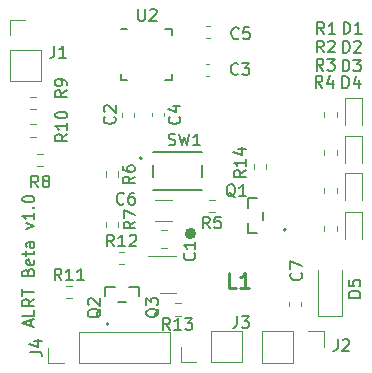
<source format=gbr>
%TF.GenerationSoftware,KiCad,Pcbnew,(6.0.9)*%
%TF.CreationDate,2023-11-13T03:08:14-05:00*%
%TF.ProjectId,ALRT_v1,414c5254-5f76-4312-9e6b-696361645f70,rev?*%
%TF.SameCoordinates,Original*%
%TF.FileFunction,Legend,Top*%
%TF.FilePolarity,Positive*%
%FSLAX46Y46*%
G04 Gerber Fmt 4.6, Leading zero omitted, Abs format (unit mm)*
G04 Created by KiCad (PCBNEW (6.0.9)) date 2023-11-13 03:08:14*
%MOMM*%
%LPD*%
G01*
G04 APERTURE LIST*
%ADD10C,0.150000*%
%ADD11C,0.254000*%
%ADD12C,0.120000*%
%ADD13C,0.127000*%
%ADD14C,0.200000*%
%ADD15C,0.520000*%
G04 APERTURE END LIST*
D10*
X98261466Y-98284609D02*
X98261466Y-97808419D01*
X98547180Y-98379847D02*
X97547180Y-98046514D01*
X98547180Y-97713180D01*
X98547180Y-96903657D02*
X98547180Y-97379847D01*
X97547180Y-97379847D01*
X98547180Y-95998895D02*
X98070990Y-96332228D01*
X98547180Y-96570323D02*
X97547180Y-96570323D01*
X97547180Y-96189371D01*
X97594800Y-96094133D01*
X97642419Y-96046514D01*
X97737657Y-95998895D01*
X97880514Y-95998895D01*
X97975752Y-96046514D01*
X98023371Y-96094133D01*
X98070990Y-96189371D01*
X98070990Y-96570323D01*
X97547180Y-95713180D02*
X97547180Y-95141752D01*
X98547180Y-95427466D02*
X97547180Y-95427466D01*
X98023371Y-93713180D02*
X98070990Y-93570323D01*
X98118609Y-93522704D01*
X98213847Y-93475085D01*
X98356704Y-93475085D01*
X98451942Y-93522704D01*
X98499561Y-93570323D01*
X98547180Y-93665561D01*
X98547180Y-94046514D01*
X97547180Y-94046514D01*
X97547180Y-93713180D01*
X97594800Y-93617942D01*
X97642419Y-93570323D01*
X97737657Y-93522704D01*
X97832895Y-93522704D01*
X97928133Y-93570323D01*
X97975752Y-93617942D01*
X98023371Y-93713180D01*
X98023371Y-94046514D01*
X98499561Y-92665561D02*
X98547180Y-92760800D01*
X98547180Y-92951276D01*
X98499561Y-93046514D01*
X98404323Y-93094133D01*
X98023371Y-93094133D01*
X97928133Y-93046514D01*
X97880514Y-92951276D01*
X97880514Y-92760800D01*
X97928133Y-92665561D01*
X98023371Y-92617942D01*
X98118609Y-92617942D01*
X98213847Y-93094133D01*
X97880514Y-92332228D02*
X97880514Y-91951276D01*
X97547180Y-92189371D02*
X98404323Y-92189371D01*
X98499561Y-92141752D01*
X98547180Y-92046514D01*
X98547180Y-91951276D01*
X98547180Y-91189371D02*
X98023371Y-91189371D01*
X97928133Y-91236990D01*
X97880514Y-91332228D01*
X97880514Y-91522704D01*
X97928133Y-91617942D01*
X98499561Y-91189371D02*
X98547180Y-91284609D01*
X98547180Y-91522704D01*
X98499561Y-91617942D01*
X98404323Y-91665561D01*
X98309085Y-91665561D01*
X98213847Y-91617942D01*
X98166228Y-91522704D01*
X98166228Y-91284609D01*
X98118609Y-91189371D01*
X97880514Y-90046514D02*
X98547180Y-89808419D01*
X97880514Y-89570323D01*
X98547180Y-88665561D02*
X98547180Y-89236990D01*
X98547180Y-88951276D02*
X97547180Y-88951276D01*
X97690038Y-89046514D01*
X97785276Y-89141752D01*
X97832895Y-89236990D01*
X98451942Y-88236990D02*
X98499561Y-88189371D01*
X98547180Y-88236990D01*
X98499561Y-88284609D01*
X98451942Y-88236990D01*
X98547180Y-88236990D01*
X97547180Y-87570323D02*
X97547180Y-87475085D01*
X97594800Y-87379847D01*
X97642419Y-87332228D01*
X97737657Y-87284609D01*
X97928133Y-87236990D01*
X98166228Y-87236990D01*
X98356704Y-87284609D01*
X98451942Y-87332228D01*
X98499561Y-87379847D01*
X98547180Y-87475085D01*
X98547180Y-87570323D01*
X98499561Y-87665561D01*
X98451942Y-87713180D01*
X98356704Y-87760800D01*
X98166228Y-87808419D01*
X97928133Y-87808419D01*
X97737657Y-87760800D01*
X97642419Y-87713180D01*
X97594800Y-87665561D01*
X97547180Y-87570323D01*
%TO.C,R14*%
X116454180Y-85097857D02*
X115977990Y-85431190D01*
X116454180Y-85669285D02*
X115454180Y-85669285D01*
X115454180Y-85288333D01*
X115501800Y-85193095D01*
X115549419Y-85145476D01*
X115644657Y-85097857D01*
X115787514Y-85097857D01*
X115882752Y-85145476D01*
X115930371Y-85193095D01*
X115977990Y-85288333D01*
X115977990Y-85669285D01*
X116454180Y-84145476D02*
X116454180Y-84716904D01*
X116454180Y-84431190D02*
X115454180Y-84431190D01*
X115597038Y-84526428D01*
X115692276Y-84621666D01*
X115739895Y-84716904D01*
X115787514Y-83288333D02*
X116454180Y-83288333D01*
X115406561Y-83526428D02*
X116120847Y-83764523D01*
X116120847Y-83145476D01*
%TO.C,R13*%
X110024942Y-98597980D02*
X109691609Y-98121790D01*
X109453514Y-98597980D02*
X109453514Y-97597980D01*
X109834466Y-97597980D01*
X109929704Y-97645600D01*
X109977323Y-97693219D01*
X110024942Y-97788457D01*
X110024942Y-97931314D01*
X109977323Y-98026552D01*
X109929704Y-98074171D01*
X109834466Y-98121790D01*
X109453514Y-98121790D01*
X110977323Y-98597980D02*
X110405895Y-98597980D01*
X110691609Y-98597980D02*
X110691609Y-97597980D01*
X110596371Y-97740838D01*
X110501133Y-97836076D01*
X110405895Y-97883695D01*
X111310657Y-97597980D02*
X111929704Y-97597980D01*
X111596371Y-97978933D01*
X111739228Y-97978933D01*
X111834466Y-98026552D01*
X111882085Y-98074171D01*
X111929704Y-98169409D01*
X111929704Y-98407504D01*
X111882085Y-98502742D01*
X111834466Y-98550361D01*
X111739228Y-98597980D01*
X111453514Y-98597980D01*
X111358276Y-98550361D01*
X111310657Y-98502742D01*
%TO.C,SW1*%
X109918766Y-82935961D02*
X110061623Y-82983580D01*
X110299719Y-82983580D01*
X110394957Y-82935961D01*
X110442576Y-82888342D01*
X110490195Y-82793104D01*
X110490195Y-82697866D01*
X110442576Y-82602628D01*
X110394957Y-82555009D01*
X110299719Y-82507390D01*
X110109242Y-82459771D01*
X110014004Y-82412152D01*
X109966385Y-82364533D01*
X109918766Y-82269295D01*
X109918766Y-82174057D01*
X109966385Y-82078819D01*
X110014004Y-82031200D01*
X110109242Y-81983580D01*
X110347338Y-81983580D01*
X110490195Y-82031200D01*
X110823528Y-81983580D02*
X111061623Y-82983580D01*
X111252100Y-82269295D01*
X111442576Y-82983580D01*
X111680671Y-81983580D01*
X112585433Y-82983580D02*
X112014004Y-82983580D01*
X112299719Y-82983580D02*
X112299719Y-81983580D01*
X112204480Y-82126438D01*
X112109242Y-82221676D01*
X112014004Y-82269295D01*
%TO.C,R12*%
X105300542Y-91529180D02*
X104967209Y-91052990D01*
X104729114Y-91529180D02*
X104729114Y-90529180D01*
X105110066Y-90529180D01*
X105205304Y-90576800D01*
X105252923Y-90624419D01*
X105300542Y-90719657D01*
X105300542Y-90862514D01*
X105252923Y-90957752D01*
X105205304Y-91005371D01*
X105110066Y-91052990D01*
X104729114Y-91052990D01*
X106252923Y-91529180D02*
X105681495Y-91529180D01*
X105967209Y-91529180D02*
X105967209Y-90529180D01*
X105871971Y-90672038D01*
X105776733Y-90767276D01*
X105681495Y-90814895D01*
X106633876Y-90624419D02*
X106681495Y-90576800D01*
X106776733Y-90529180D01*
X107014828Y-90529180D01*
X107110066Y-90576800D01*
X107157685Y-90624419D01*
X107205304Y-90719657D01*
X107205304Y-90814895D01*
X107157685Y-90957752D01*
X106586257Y-91529180D01*
X107205304Y-91529180D01*
%TO.C,Q3*%
X109107219Y-96793038D02*
X109059600Y-96888276D01*
X108964361Y-96983514D01*
X108821504Y-97126371D01*
X108773885Y-97221609D01*
X108773885Y-97316847D01*
X109011980Y-97269228D02*
X108964361Y-97364466D01*
X108869123Y-97459704D01*
X108678647Y-97507323D01*
X108345314Y-97507323D01*
X108154838Y-97459704D01*
X108059600Y-97364466D01*
X108011980Y-97269228D01*
X108011980Y-97078752D01*
X108059600Y-96983514D01*
X108154838Y-96888276D01*
X108345314Y-96840657D01*
X108678647Y-96840657D01*
X108869123Y-96888276D01*
X108964361Y-96983514D01*
X109011980Y-97078752D01*
X109011980Y-97269228D01*
X108011980Y-96507323D02*
X108011980Y-95888276D01*
X108392933Y-96221609D01*
X108392933Y-96078752D01*
X108440552Y-95983514D01*
X108488171Y-95935895D01*
X108583409Y-95888276D01*
X108821504Y-95888276D01*
X108916742Y-95935895D01*
X108964361Y-95983514D01*
X109011980Y-96078752D01*
X109011980Y-96364466D01*
X108964361Y-96459704D01*
X108916742Y-96507323D01*
%TO.C,D5*%
X126156980Y-95861095D02*
X125156980Y-95861095D01*
X125156980Y-95623000D01*
X125204600Y-95480142D01*
X125299838Y-95384904D01*
X125395076Y-95337285D01*
X125585552Y-95289666D01*
X125728409Y-95289666D01*
X125918885Y-95337285D01*
X126014123Y-95384904D01*
X126109361Y-95480142D01*
X126156980Y-95623000D01*
X126156980Y-95861095D01*
X125156980Y-94384904D02*
X125156980Y-94861095D01*
X125633171Y-94908714D01*
X125585552Y-94861095D01*
X125537933Y-94765857D01*
X125537933Y-94527761D01*
X125585552Y-94432523D01*
X125633171Y-94384904D01*
X125728409Y-94337285D01*
X125966504Y-94337285D01*
X126061742Y-94384904D01*
X126109361Y-94432523D01*
X126156980Y-94527761D01*
X126156980Y-94765857D01*
X126109361Y-94861095D01*
X126061742Y-94908714D01*
%TO.C,C7*%
X121134142Y-93765666D02*
X121181761Y-93813285D01*
X121229380Y-93956142D01*
X121229380Y-94051380D01*
X121181761Y-94194238D01*
X121086523Y-94289476D01*
X120991285Y-94337095D01*
X120800809Y-94384714D01*
X120657952Y-94384714D01*
X120467476Y-94337095D01*
X120372238Y-94289476D01*
X120277000Y-94194238D01*
X120229380Y-94051380D01*
X120229380Y-93956142D01*
X120277000Y-93813285D01*
X120324619Y-93765666D01*
X120229380Y-93432333D02*
X120229380Y-92765666D01*
X121229380Y-93194238D01*
%TO.C,C6*%
X106132333Y-87885542D02*
X106084714Y-87933161D01*
X105941857Y-87980780D01*
X105846619Y-87980780D01*
X105703761Y-87933161D01*
X105608523Y-87837923D01*
X105560904Y-87742685D01*
X105513285Y-87552209D01*
X105513285Y-87409352D01*
X105560904Y-87218876D01*
X105608523Y-87123638D01*
X105703761Y-87028400D01*
X105846619Y-86980780D01*
X105941857Y-86980780D01*
X106084714Y-87028400D01*
X106132333Y-87076019D01*
X106989476Y-86980780D02*
X106799000Y-86980780D01*
X106703761Y-87028400D01*
X106656142Y-87076019D01*
X106560904Y-87218876D01*
X106513285Y-87409352D01*
X106513285Y-87790304D01*
X106560904Y-87885542D01*
X106608523Y-87933161D01*
X106703761Y-87980780D01*
X106894238Y-87980780D01*
X106989476Y-87933161D01*
X107037095Y-87885542D01*
X107084714Y-87790304D01*
X107084714Y-87552209D01*
X107037095Y-87456971D01*
X106989476Y-87409352D01*
X106894238Y-87361733D01*
X106703761Y-87361733D01*
X106608523Y-87409352D01*
X106560904Y-87456971D01*
X106513285Y-87552209D01*
%TO.C,C1*%
X112091742Y-92089266D02*
X112139361Y-92136885D01*
X112186980Y-92279742D01*
X112186980Y-92374980D01*
X112139361Y-92517838D01*
X112044123Y-92613076D01*
X111948885Y-92660695D01*
X111758409Y-92708314D01*
X111615552Y-92708314D01*
X111425076Y-92660695D01*
X111329838Y-92613076D01*
X111234600Y-92517838D01*
X111186980Y-92374980D01*
X111186980Y-92279742D01*
X111234600Y-92136885D01*
X111282219Y-92089266D01*
X112186980Y-91136885D02*
X112186980Y-91708314D01*
X112186980Y-91422600D02*
X111186980Y-91422600D01*
X111329838Y-91517838D01*
X111425076Y-91613076D01*
X111472695Y-91708314D01*
D11*
%TO.C,L1*%
X115635133Y-95044123D02*
X115030371Y-95044123D01*
X115030371Y-93774123D01*
X116723704Y-95044123D02*
X115997990Y-95044123D01*
X116360847Y-95044123D02*
X116360847Y-93774123D01*
X116239895Y-93955552D01*
X116118942Y-94076504D01*
X115997990Y-94136980D01*
D10*
%TO.C,C2*%
X105335342Y-80532266D02*
X105382961Y-80579885D01*
X105430580Y-80722742D01*
X105430580Y-80817980D01*
X105382961Y-80960838D01*
X105287723Y-81056076D01*
X105192485Y-81103695D01*
X105002009Y-81151314D01*
X104859152Y-81151314D01*
X104668676Y-81103695D01*
X104573438Y-81056076D01*
X104478200Y-80960838D01*
X104430580Y-80817980D01*
X104430580Y-80722742D01*
X104478200Y-80579885D01*
X104525819Y-80532266D01*
X104525819Y-80151314D02*
X104478200Y-80103695D01*
X104430580Y-80008457D01*
X104430580Y-79770361D01*
X104478200Y-79675123D01*
X104525819Y-79627504D01*
X104621057Y-79579885D01*
X104716295Y-79579885D01*
X104859152Y-79627504D01*
X105430580Y-80198933D01*
X105430580Y-79579885D01*
%TO.C,R1*%
X123099533Y-73553580D02*
X122766200Y-73077390D01*
X122528104Y-73553580D02*
X122528104Y-72553580D01*
X122909057Y-72553580D01*
X123004295Y-72601200D01*
X123051914Y-72648819D01*
X123099533Y-72744057D01*
X123099533Y-72886914D01*
X123051914Y-72982152D01*
X123004295Y-73029771D01*
X122909057Y-73077390D01*
X122528104Y-73077390D01*
X124051914Y-73553580D02*
X123480485Y-73553580D01*
X123766200Y-73553580D02*
X123766200Y-72553580D01*
X123670961Y-72696438D01*
X123575723Y-72791676D01*
X123480485Y-72839295D01*
%TO.C,J3*%
X115719266Y-97420180D02*
X115719266Y-98134466D01*
X115671647Y-98277323D01*
X115576409Y-98372561D01*
X115433552Y-98420180D01*
X115338314Y-98420180D01*
X116100219Y-97420180D02*
X116719266Y-97420180D01*
X116385933Y-97801133D01*
X116528790Y-97801133D01*
X116624028Y-97848752D01*
X116671647Y-97896371D01*
X116719266Y-97991609D01*
X116719266Y-98229704D01*
X116671647Y-98324942D01*
X116624028Y-98372561D01*
X116528790Y-98420180D01*
X116243076Y-98420180D01*
X116147838Y-98372561D01*
X116100219Y-98324942D01*
%TO.C,Q2*%
X104179619Y-96818438D02*
X104132000Y-96913676D01*
X104036761Y-97008914D01*
X103893904Y-97151771D01*
X103846285Y-97247009D01*
X103846285Y-97342247D01*
X104084380Y-97294628D02*
X104036761Y-97389866D01*
X103941523Y-97485104D01*
X103751047Y-97532723D01*
X103417714Y-97532723D01*
X103227238Y-97485104D01*
X103132000Y-97389866D01*
X103084380Y-97294628D01*
X103084380Y-97104152D01*
X103132000Y-97008914D01*
X103227238Y-96913676D01*
X103417714Y-96866057D01*
X103751047Y-96866057D01*
X103941523Y-96913676D01*
X104036761Y-97008914D01*
X104084380Y-97104152D01*
X104084380Y-97294628D01*
X103179619Y-96485104D02*
X103132000Y-96437485D01*
X103084380Y-96342247D01*
X103084380Y-96104152D01*
X103132000Y-96008914D01*
X103179619Y-95961295D01*
X103274857Y-95913676D01*
X103370095Y-95913676D01*
X103512952Y-95961295D01*
X104084380Y-96532723D01*
X104084380Y-95913676D01*
%TO.C,C5*%
X115860533Y-73890142D02*
X115812914Y-73937761D01*
X115670057Y-73985380D01*
X115574819Y-73985380D01*
X115431961Y-73937761D01*
X115336723Y-73842523D01*
X115289104Y-73747285D01*
X115241485Y-73556809D01*
X115241485Y-73413952D01*
X115289104Y-73223476D01*
X115336723Y-73128238D01*
X115431961Y-73033000D01*
X115574819Y-72985380D01*
X115670057Y-72985380D01*
X115812914Y-73033000D01*
X115860533Y-73080619D01*
X116765295Y-72985380D02*
X116289104Y-72985380D01*
X116241485Y-73461571D01*
X116289104Y-73413952D01*
X116384342Y-73366333D01*
X116622438Y-73366333D01*
X116717676Y-73413952D01*
X116765295Y-73461571D01*
X116812914Y-73556809D01*
X116812914Y-73794904D01*
X116765295Y-73890142D01*
X116717676Y-73937761D01*
X116622438Y-73985380D01*
X116384342Y-73985380D01*
X116289104Y-73937761D01*
X116241485Y-73890142D01*
%TO.C,R3*%
X123023333Y-76652380D02*
X122690000Y-76176190D01*
X122451904Y-76652380D02*
X122451904Y-75652380D01*
X122832857Y-75652380D01*
X122928095Y-75700000D01*
X122975714Y-75747619D01*
X123023333Y-75842857D01*
X123023333Y-75985714D01*
X122975714Y-76080952D01*
X122928095Y-76128571D01*
X122832857Y-76176190D01*
X122451904Y-76176190D01*
X123356666Y-75652380D02*
X123975714Y-75652380D01*
X123642380Y-76033333D01*
X123785238Y-76033333D01*
X123880476Y-76080952D01*
X123928095Y-76128571D01*
X123975714Y-76223809D01*
X123975714Y-76461904D01*
X123928095Y-76557142D01*
X123880476Y-76604761D01*
X123785238Y-76652380D01*
X123499523Y-76652380D01*
X123404285Y-76604761D01*
X123356666Y-76557142D01*
%TO.C,D1*%
X124737904Y-73528180D02*
X124737904Y-72528180D01*
X124976000Y-72528180D01*
X125118857Y-72575800D01*
X125214095Y-72671038D01*
X125261714Y-72766276D01*
X125309333Y-72956752D01*
X125309333Y-73099609D01*
X125261714Y-73290085D01*
X125214095Y-73385323D01*
X125118857Y-73480561D01*
X124976000Y-73528180D01*
X124737904Y-73528180D01*
X126261714Y-73528180D02*
X125690285Y-73528180D01*
X125976000Y-73528180D02*
X125976000Y-72528180D01*
X125880761Y-72671038D01*
X125785523Y-72766276D01*
X125690285Y-72813895D01*
%TO.C,D2*%
X124687104Y-75128380D02*
X124687104Y-74128380D01*
X124925200Y-74128380D01*
X125068057Y-74176000D01*
X125163295Y-74271238D01*
X125210914Y-74366476D01*
X125258533Y-74556952D01*
X125258533Y-74699809D01*
X125210914Y-74890285D01*
X125163295Y-74985523D01*
X125068057Y-75080761D01*
X124925200Y-75128380D01*
X124687104Y-75128380D01*
X125639485Y-74223619D02*
X125687104Y-74176000D01*
X125782342Y-74128380D01*
X126020438Y-74128380D01*
X126115676Y-74176000D01*
X126163295Y-74223619D01*
X126210914Y-74318857D01*
X126210914Y-74414095D01*
X126163295Y-74556952D01*
X125591866Y-75128380D01*
X126210914Y-75128380D01*
%TO.C,C4*%
X110829342Y-80532266D02*
X110876961Y-80579885D01*
X110924580Y-80722742D01*
X110924580Y-80817980D01*
X110876961Y-80960838D01*
X110781723Y-81056076D01*
X110686485Y-81103695D01*
X110496009Y-81151314D01*
X110353152Y-81151314D01*
X110162676Y-81103695D01*
X110067438Y-81056076D01*
X109972200Y-80960838D01*
X109924580Y-80817980D01*
X109924580Y-80722742D01*
X109972200Y-80579885D01*
X110019819Y-80532266D01*
X110257914Y-79675123D02*
X110924580Y-79675123D01*
X109876961Y-79913219D02*
X110591247Y-80151314D01*
X110591247Y-79532266D01*
%TO.C,R11*%
X100855542Y-94399380D02*
X100522209Y-93923190D01*
X100284114Y-94399380D02*
X100284114Y-93399380D01*
X100665066Y-93399380D01*
X100760304Y-93447000D01*
X100807923Y-93494619D01*
X100855542Y-93589857D01*
X100855542Y-93732714D01*
X100807923Y-93827952D01*
X100760304Y-93875571D01*
X100665066Y-93923190D01*
X100284114Y-93923190D01*
X101807923Y-94399380D02*
X101236495Y-94399380D01*
X101522209Y-94399380D02*
X101522209Y-93399380D01*
X101426971Y-93542238D01*
X101331733Y-93637476D01*
X101236495Y-93685095D01*
X102760304Y-94399380D02*
X102188876Y-94399380D01*
X102474590Y-94399380D02*
X102474590Y-93399380D01*
X102379352Y-93542238D01*
X102284114Y-93637476D01*
X102188876Y-93685095D01*
%TO.C,R10*%
X101341180Y-82024457D02*
X100864990Y-82357790D01*
X101341180Y-82595885D02*
X100341180Y-82595885D01*
X100341180Y-82214933D01*
X100388800Y-82119695D01*
X100436419Y-82072076D01*
X100531657Y-82024457D01*
X100674514Y-82024457D01*
X100769752Y-82072076D01*
X100817371Y-82119695D01*
X100864990Y-82214933D01*
X100864990Y-82595885D01*
X101341180Y-81072076D02*
X101341180Y-81643504D01*
X101341180Y-81357790D02*
X100341180Y-81357790D01*
X100484038Y-81453028D01*
X100579276Y-81548266D01*
X100626895Y-81643504D01*
X100341180Y-80453028D02*
X100341180Y-80357790D01*
X100388800Y-80262552D01*
X100436419Y-80214933D01*
X100531657Y-80167314D01*
X100722133Y-80119695D01*
X100960228Y-80119695D01*
X101150704Y-80167314D01*
X101245942Y-80214933D01*
X101293561Y-80262552D01*
X101341180Y-80357790D01*
X101341180Y-80453028D01*
X101293561Y-80548266D01*
X101245942Y-80595885D01*
X101150704Y-80643504D01*
X100960228Y-80691123D01*
X100722133Y-80691123D01*
X100531657Y-80643504D01*
X100436419Y-80595885D01*
X100388800Y-80548266D01*
X100341180Y-80453028D01*
%TO.C,R4*%
X122947133Y-78074780D02*
X122613800Y-77598590D01*
X122375704Y-78074780D02*
X122375704Y-77074780D01*
X122756657Y-77074780D01*
X122851895Y-77122400D01*
X122899514Y-77170019D01*
X122947133Y-77265257D01*
X122947133Y-77408114D01*
X122899514Y-77503352D01*
X122851895Y-77550971D01*
X122756657Y-77598590D01*
X122375704Y-77598590D01*
X123804276Y-77408114D02*
X123804276Y-78074780D01*
X123566180Y-77027161D02*
X123328085Y-77741447D01*
X123947133Y-77741447D01*
%TO.C,D4*%
X124636304Y-78125580D02*
X124636304Y-77125580D01*
X124874400Y-77125580D01*
X125017257Y-77173200D01*
X125112495Y-77268438D01*
X125160114Y-77363676D01*
X125207733Y-77554152D01*
X125207733Y-77697009D01*
X125160114Y-77887485D01*
X125112495Y-77982723D01*
X125017257Y-78077961D01*
X124874400Y-78125580D01*
X124636304Y-78125580D01*
X126064876Y-77458914D02*
X126064876Y-78125580D01*
X125826780Y-77077961D02*
X125588685Y-77792247D01*
X126207733Y-77792247D01*
%TO.C,J4*%
X98173580Y-100434733D02*
X98887866Y-100434733D01*
X99030723Y-100482352D01*
X99125961Y-100577590D01*
X99173580Y-100720447D01*
X99173580Y-100815685D01*
X98506914Y-99529971D02*
X99173580Y-99529971D01*
X98125961Y-99768066D02*
X98840247Y-100006161D01*
X98840247Y-99387114D01*
%TO.C,R7*%
X107106980Y-89422266D02*
X106630790Y-89755600D01*
X107106980Y-89993695D02*
X106106980Y-89993695D01*
X106106980Y-89612742D01*
X106154600Y-89517504D01*
X106202219Y-89469885D01*
X106297457Y-89422266D01*
X106440314Y-89422266D01*
X106535552Y-89469885D01*
X106583171Y-89517504D01*
X106630790Y-89612742D01*
X106630790Y-89993695D01*
X106106980Y-89088933D02*
X106106980Y-88422266D01*
X107106980Y-88850838D01*
%TO.C,R8*%
X98880133Y-86532980D02*
X98546800Y-86056790D01*
X98308704Y-86532980D02*
X98308704Y-85532980D01*
X98689657Y-85532980D01*
X98784895Y-85580600D01*
X98832514Y-85628219D01*
X98880133Y-85723457D01*
X98880133Y-85866314D01*
X98832514Y-85961552D01*
X98784895Y-86009171D01*
X98689657Y-86056790D01*
X98308704Y-86056790D01*
X99451561Y-85961552D02*
X99356323Y-85913933D01*
X99308704Y-85866314D01*
X99261085Y-85771076D01*
X99261085Y-85723457D01*
X99308704Y-85628219D01*
X99356323Y-85580600D01*
X99451561Y-85532980D01*
X99642038Y-85532980D01*
X99737276Y-85580600D01*
X99784895Y-85628219D01*
X99832514Y-85723457D01*
X99832514Y-85771076D01*
X99784895Y-85866314D01*
X99737276Y-85913933D01*
X99642038Y-85961552D01*
X99451561Y-85961552D01*
X99356323Y-86009171D01*
X99308704Y-86056790D01*
X99261085Y-86152028D01*
X99261085Y-86342504D01*
X99308704Y-86437742D01*
X99356323Y-86485361D01*
X99451561Y-86532980D01*
X99642038Y-86532980D01*
X99737276Y-86485361D01*
X99784895Y-86437742D01*
X99832514Y-86342504D01*
X99832514Y-86152028D01*
X99784895Y-86056790D01*
X99737276Y-86009171D01*
X99642038Y-85961552D01*
%TO.C,R6*%
X107056180Y-85612266D02*
X106579990Y-85945600D01*
X107056180Y-86183695D02*
X106056180Y-86183695D01*
X106056180Y-85802742D01*
X106103800Y-85707504D01*
X106151419Y-85659885D01*
X106246657Y-85612266D01*
X106389514Y-85612266D01*
X106484752Y-85659885D01*
X106532371Y-85707504D01*
X106579990Y-85802742D01*
X106579990Y-86183695D01*
X106056180Y-84755123D02*
X106056180Y-84945600D01*
X106103800Y-85040838D01*
X106151419Y-85088457D01*
X106294276Y-85183695D01*
X106484752Y-85231314D01*
X106865704Y-85231314D01*
X106960942Y-85183695D01*
X107008561Y-85136076D01*
X107056180Y-85040838D01*
X107056180Y-84850361D01*
X107008561Y-84755123D01*
X106960942Y-84707504D01*
X106865704Y-84659885D01*
X106627609Y-84659885D01*
X106532371Y-84707504D01*
X106484752Y-84755123D01*
X106437133Y-84850361D01*
X106437133Y-85040838D01*
X106484752Y-85136076D01*
X106532371Y-85183695D01*
X106627609Y-85231314D01*
%TO.C,R5*%
X113422133Y-89994980D02*
X113088800Y-89518790D01*
X112850704Y-89994980D02*
X112850704Y-88994980D01*
X113231657Y-88994980D01*
X113326895Y-89042600D01*
X113374514Y-89090219D01*
X113422133Y-89185457D01*
X113422133Y-89328314D01*
X113374514Y-89423552D01*
X113326895Y-89471171D01*
X113231657Y-89518790D01*
X112850704Y-89518790D01*
X114326895Y-88994980D02*
X113850704Y-88994980D01*
X113803085Y-89471171D01*
X113850704Y-89423552D01*
X113945942Y-89375933D01*
X114184038Y-89375933D01*
X114279276Y-89423552D01*
X114326895Y-89471171D01*
X114374514Y-89566409D01*
X114374514Y-89804504D01*
X114326895Y-89899742D01*
X114279276Y-89947361D01*
X114184038Y-89994980D01*
X113945942Y-89994980D01*
X113850704Y-89947361D01*
X113803085Y-89899742D01*
%TO.C,J1*%
X100250666Y-74534780D02*
X100250666Y-75249066D01*
X100203047Y-75391923D01*
X100107809Y-75487161D01*
X99964952Y-75534780D01*
X99869714Y-75534780D01*
X101250666Y-75534780D02*
X100679238Y-75534780D01*
X100964952Y-75534780D02*
X100964952Y-74534780D01*
X100869714Y-74677638D01*
X100774476Y-74772876D01*
X100679238Y-74820495D01*
%TO.C,J2*%
X124228266Y-99375980D02*
X124228266Y-100090266D01*
X124180647Y-100233123D01*
X124085409Y-100328361D01*
X123942552Y-100375980D01*
X123847314Y-100375980D01*
X124656838Y-99471219D02*
X124704457Y-99423600D01*
X124799695Y-99375980D01*
X125037790Y-99375980D01*
X125133028Y-99423600D01*
X125180647Y-99471219D01*
X125228266Y-99566457D01*
X125228266Y-99661695D01*
X125180647Y-99804552D01*
X124609219Y-100375980D01*
X125228266Y-100375980D01*
%TO.C,R9*%
X101290380Y-78322466D02*
X100814190Y-78655800D01*
X101290380Y-78893895D02*
X100290380Y-78893895D01*
X100290380Y-78512942D01*
X100338000Y-78417704D01*
X100385619Y-78370085D01*
X100480857Y-78322466D01*
X100623714Y-78322466D01*
X100718952Y-78370085D01*
X100766571Y-78417704D01*
X100814190Y-78512942D01*
X100814190Y-78893895D01*
X101290380Y-77846276D02*
X101290380Y-77655800D01*
X101242761Y-77560561D01*
X101195142Y-77512942D01*
X101052285Y-77417704D01*
X100861809Y-77370085D01*
X100480857Y-77370085D01*
X100385619Y-77417704D01*
X100338000Y-77465323D01*
X100290380Y-77560561D01*
X100290380Y-77751038D01*
X100338000Y-77846276D01*
X100385619Y-77893895D01*
X100480857Y-77941514D01*
X100718952Y-77941514D01*
X100814190Y-77893895D01*
X100861809Y-77846276D01*
X100909428Y-77751038D01*
X100909428Y-77560561D01*
X100861809Y-77465323D01*
X100814190Y-77417704D01*
X100718952Y-77370085D01*
%TO.C,U2*%
X107340495Y-71435980D02*
X107340495Y-72245504D01*
X107388114Y-72340742D01*
X107435733Y-72388361D01*
X107530971Y-72435980D01*
X107721447Y-72435980D01*
X107816685Y-72388361D01*
X107864304Y-72340742D01*
X107911923Y-72245504D01*
X107911923Y-71435980D01*
X108340495Y-71531219D02*
X108388114Y-71483600D01*
X108483352Y-71435980D01*
X108721447Y-71435980D01*
X108816685Y-71483600D01*
X108864304Y-71531219D01*
X108911923Y-71626457D01*
X108911923Y-71721695D01*
X108864304Y-71864552D01*
X108292876Y-72435980D01*
X108911923Y-72435980D01*
%TO.C,D3*%
X124661704Y-76703180D02*
X124661704Y-75703180D01*
X124899800Y-75703180D01*
X125042657Y-75750800D01*
X125137895Y-75846038D01*
X125185514Y-75941276D01*
X125233133Y-76131752D01*
X125233133Y-76274609D01*
X125185514Y-76465085D01*
X125137895Y-76560323D01*
X125042657Y-76655561D01*
X124899800Y-76703180D01*
X124661704Y-76703180D01*
X125566466Y-75703180D02*
X126185514Y-75703180D01*
X125852180Y-76084133D01*
X125995038Y-76084133D01*
X126090276Y-76131752D01*
X126137895Y-76179371D01*
X126185514Y-76274609D01*
X126185514Y-76512704D01*
X126137895Y-76607942D01*
X126090276Y-76655561D01*
X125995038Y-76703180D01*
X125709323Y-76703180D01*
X125614085Y-76655561D01*
X125566466Y-76607942D01*
%TO.C,R2*%
X123048733Y-75102980D02*
X122715400Y-74626790D01*
X122477304Y-75102980D02*
X122477304Y-74102980D01*
X122858257Y-74102980D01*
X122953495Y-74150600D01*
X123001114Y-74198219D01*
X123048733Y-74293457D01*
X123048733Y-74436314D01*
X123001114Y-74531552D01*
X122953495Y-74579171D01*
X122858257Y-74626790D01*
X122477304Y-74626790D01*
X123429685Y-74198219D02*
X123477304Y-74150600D01*
X123572542Y-74102980D01*
X123810638Y-74102980D01*
X123905876Y-74150600D01*
X123953495Y-74198219D01*
X124001114Y-74293457D01*
X124001114Y-74388695D01*
X123953495Y-74531552D01*
X123382066Y-75102980D01*
X124001114Y-75102980D01*
%TO.C,C3*%
X115809733Y-76912742D02*
X115762114Y-76960361D01*
X115619257Y-77007980D01*
X115524019Y-77007980D01*
X115381161Y-76960361D01*
X115285923Y-76865123D01*
X115238304Y-76769885D01*
X115190685Y-76579409D01*
X115190685Y-76436552D01*
X115238304Y-76246076D01*
X115285923Y-76150838D01*
X115381161Y-76055600D01*
X115524019Y-76007980D01*
X115619257Y-76007980D01*
X115762114Y-76055600D01*
X115809733Y-76103219D01*
X116143066Y-76007980D02*
X116762114Y-76007980D01*
X116428780Y-76388933D01*
X116571638Y-76388933D01*
X116666876Y-76436552D01*
X116714495Y-76484171D01*
X116762114Y-76579409D01*
X116762114Y-76817504D01*
X116714495Y-76912742D01*
X116666876Y-76960361D01*
X116571638Y-77007980D01*
X116285923Y-77007980D01*
X116190685Y-76960361D01*
X116143066Y-76912742D01*
%TO.C,Q1*%
X115576361Y-87364819D02*
X115481123Y-87317200D01*
X115385885Y-87221961D01*
X115243028Y-87079104D01*
X115147790Y-87031485D01*
X115052552Y-87031485D01*
X115100171Y-87269580D02*
X115004933Y-87221961D01*
X114909695Y-87126723D01*
X114862076Y-86936247D01*
X114862076Y-86602914D01*
X114909695Y-86412438D01*
X115004933Y-86317200D01*
X115100171Y-86269580D01*
X115290647Y-86269580D01*
X115385885Y-86317200D01*
X115481123Y-86412438D01*
X115528742Y-86602914D01*
X115528742Y-86936247D01*
X115481123Y-87126723D01*
X115385885Y-87221961D01*
X115290647Y-87269580D01*
X115100171Y-87269580D01*
X116481123Y-87269580D02*
X115909695Y-87269580D01*
X116195409Y-87269580D02*
X116195409Y-86269580D01*
X116100171Y-86412438D01*
X116004933Y-86507676D01*
X115909695Y-86555295D01*
D12*
%TO.C,R14*%
X118200700Y-84997058D02*
X118200700Y-84522542D01*
X117155700Y-84997058D02*
X117155700Y-84522542D01*
%TO.C,R13*%
X110981258Y-97398100D02*
X110506742Y-97398100D01*
X110981258Y-96353100D02*
X110506742Y-96353100D01*
D13*
%TO.C,SW1*%
X108577100Y-83546200D02*
X112777100Y-83546200D01*
X112777100Y-86786200D02*
X108577100Y-86786200D01*
X108577100Y-85666200D02*
X108577100Y-84666200D01*
X112777100Y-85666200D02*
X112777100Y-84666200D01*
D14*
X107677100Y-84066200D02*
G75*
G03*
X107677100Y-84066200I-100000J0D01*
G01*
D12*
%TO.C,R12*%
X105706142Y-93029300D02*
X106180658Y-93029300D01*
X105706142Y-91984300D02*
X106180658Y-91984300D01*
%TO.C,Q3*%
X109880400Y-92318400D02*
X110530400Y-92318400D01*
X109880400Y-95438400D02*
X110530400Y-95438400D01*
X109880400Y-92318400D02*
X108205400Y-92318400D01*
X109880400Y-95438400D02*
X109230400Y-95438400D01*
%TO.C,D5*%
X122571000Y-97423800D02*
X122571000Y-93523800D01*
X122571000Y-97423800D02*
X124571000Y-97423800D01*
X124571000Y-97423800D02*
X124571000Y-93523800D01*
%TO.C,C7*%
X120140000Y-96252420D02*
X120140000Y-96533580D01*
X121160000Y-96252420D02*
X121160000Y-96533580D01*
%TO.C,C6*%
X110236052Y-89378200D02*
X108813548Y-89378200D01*
X110236052Y-87558200D02*
X108813548Y-87558200D01*
%TO.C,C1*%
X109811452Y-90171600D02*
X109288948Y-90171600D01*
X109811452Y-91641600D02*
X109288948Y-91641600D01*
D15*
%TO.C,L1*%
X112011800Y-90437600D02*
G75*
G03*
X112011800Y-90437600I-236000J0D01*
G01*
D12*
%TO.C,C2*%
X105966800Y-80250420D02*
X105966800Y-80531580D01*
X106986800Y-80250420D02*
X106986800Y-80531580D01*
%TO.C,R1*%
X124144300Y-80602858D02*
X124144300Y-80128342D01*
X123099300Y-80602858D02*
X123099300Y-80128342D01*
%TO.C,J3*%
X116133000Y-101355200D02*
X116133000Y-98695200D01*
X113533000Y-101355200D02*
X116133000Y-101355200D01*
X112263000Y-101355200D02*
X110933000Y-101355200D01*
X110933000Y-101355200D02*
X110933000Y-100025200D01*
X113533000Y-98695200D02*
X116133000Y-98695200D01*
X113533000Y-101355200D02*
X113533000Y-98695200D01*
D13*
%TO.C,Q2*%
X106588800Y-94955600D02*
X107428800Y-94955600D01*
X105348800Y-94955600D02*
X104508800Y-94955600D01*
X105638800Y-96255600D02*
X106298800Y-96255600D01*
X104508800Y-94955600D02*
X104508800Y-95730600D01*
X107428800Y-94955600D02*
X107428800Y-95730600D01*
D14*
X104868800Y-98105600D02*
G75*
G03*
X104868800Y-98105600I-100000J0D01*
G01*
D12*
%TO.C,C5*%
X113118020Y-72845200D02*
X113399180Y-72845200D01*
X113118020Y-73865200D02*
X113399180Y-73865200D01*
%TO.C,R3*%
X123099300Y-87029058D02*
X123099300Y-86554542D01*
X124144300Y-87029058D02*
X124144300Y-86554542D01*
%TO.C,D1*%
X126338000Y-81216400D02*
X126338000Y-78931400D01*
X124868000Y-78931400D02*
X124868000Y-81216400D01*
X126338000Y-78931400D02*
X124868000Y-78931400D01*
%TO.C,D2*%
X126338000Y-84442200D02*
X126338000Y-82157200D01*
X126338000Y-82157200D02*
X124868000Y-82157200D01*
X124868000Y-82157200D02*
X124868000Y-84442200D01*
%TO.C,C4*%
X109552200Y-80225020D02*
X109552200Y-80506180D01*
X108532200Y-80225020D02*
X108532200Y-80506180D01*
%TO.C,R11*%
X101261142Y-94854500D02*
X101735658Y-94854500D01*
X101261142Y-95899500D02*
X101735658Y-95899500D01*
%TO.C,R10*%
X98187742Y-82234300D02*
X98662258Y-82234300D01*
X98187742Y-81189300D02*
X98662258Y-81189300D01*
%TO.C,R4*%
X123099300Y-90254858D02*
X123099300Y-89780342D01*
X124144300Y-90254858D02*
X124144300Y-89780342D01*
%TO.C,D4*%
X124868000Y-88583400D02*
X124868000Y-90868400D01*
X126338000Y-90868400D02*
X126338000Y-88583400D01*
X126338000Y-88583400D02*
X124868000Y-88583400D01*
%TO.C,J4*%
X102321200Y-101431400D02*
X102321200Y-98771400D01*
X101051200Y-101431400D02*
X99721200Y-101431400D01*
X102321200Y-101431400D02*
X110001200Y-101431400D01*
X110001200Y-101431400D02*
X110001200Y-98771400D01*
X99721200Y-101431400D02*
X99721200Y-100101400D01*
X102321200Y-98771400D02*
X110001200Y-98771400D01*
%TO.C,R7*%
X104608100Y-89450142D02*
X104608100Y-89924658D01*
X105653100Y-89450142D02*
X105653100Y-89924658D01*
%TO.C,R8*%
X98809542Y-83678500D02*
X99284058Y-83678500D01*
X98809542Y-84723500D02*
X99284058Y-84723500D01*
%TO.C,R6*%
X105653100Y-85657458D02*
X105653100Y-85182942D01*
X104608100Y-85657458D02*
X104608100Y-85182942D01*
%TO.C,R5*%
X113826058Y-88635100D02*
X113351542Y-88635100D01*
X113826058Y-87590100D02*
X113351542Y-87590100D01*
%TO.C,J1*%
X96460000Y-72330000D02*
X97790000Y-72330000D01*
X96460000Y-74930000D02*
X96460000Y-77530000D01*
X96460000Y-74930000D02*
X99120000Y-74930000D01*
X96460000Y-73660000D02*
X96460000Y-72330000D01*
X99120000Y-74930000D02*
X99120000Y-77530000D01*
X96460000Y-77530000D02*
X99120000Y-77530000D01*
%TO.C,J2*%
X120472200Y-98720600D02*
X117872200Y-98720600D01*
X117872200Y-98720600D02*
X117872200Y-101380600D01*
X120472200Y-98720600D02*
X120472200Y-101380600D01*
X123072200Y-98720600D02*
X123072200Y-100050600D01*
X120472200Y-101380600D02*
X117872200Y-101380600D01*
X121742200Y-98720600D02*
X123072200Y-98720600D01*
%TO.C,R9*%
X98187742Y-79897500D02*
X98662258Y-79897500D01*
X98187742Y-78852500D02*
X98662258Y-78852500D01*
D10*
%TO.C,U2*%
X110176200Y-77435600D02*
X110176200Y-76910600D01*
X105876200Y-77435600D02*
X105876200Y-76910600D01*
X110176200Y-73135600D02*
X110176200Y-73660600D01*
X105876200Y-77435600D02*
X106401200Y-77435600D01*
X110176200Y-77435600D02*
X109651200Y-77435600D01*
X105876200Y-73135600D02*
X106401200Y-73135600D01*
X110176200Y-73135600D02*
X109651200Y-73135600D01*
D12*
%TO.C,D3*%
X126338000Y-85332200D02*
X124868000Y-85332200D01*
X124868000Y-85332200D02*
X124868000Y-87617200D01*
X126338000Y-87617200D02*
X126338000Y-85332200D01*
%TO.C,R2*%
X123099300Y-83828658D02*
X123099300Y-83354142D01*
X124144300Y-83828658D02*
X124144300Y-83354142D01*
%TO.C,C3*%
X113092620Y-76071000D02*
X113373780Y-76071000D01*
X113092620Y-77091000D02*
X113373780Y-77091000D01*
D13*
%TO.C,Q1*%
X116621800Y-89545400D02*
X116621800Y-90385400D01*
X116621800Y-90385400D02*
X117396800Y-90385400D01*
X116621800Y-87465400D02*
X117396800Y-87465400D01*
X116621800Y-88305400D02*
X116621800Y-87465400D01*
X117921800Y-89255400D02*
X117921800Y-88595400D01*
D14*
X119871800Y-90125400D02*
G75*
G03*
X119871800Y-90125400I-100000J0D01*
G01*
%TD*%
M02*

</source>
